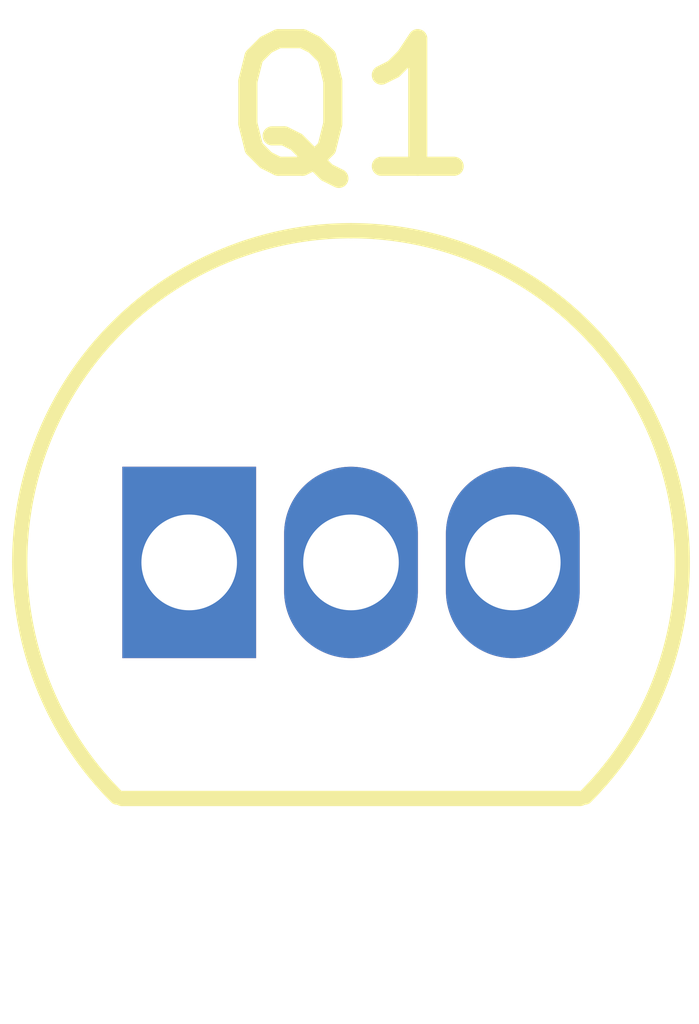
<source format=kicad_pcb>
(kicad_pcb (version 20171130) (host pcbnew "(5.0.1)-4")

  (general
    (thickness 1.6)
    (drawings 0)
    (tracks 0)
    (zones 0)
    (modules 1)
    (nets 4)
  )

  (page A4)
  (title_block
    (title Single_transistor_AMP)
    (date 2019-05-03)
    (rev v1.0)
    (company "Ventspils Augstskola")
    (comment 1 Autors)
    (comment 2 "Edgars Irbiņš")
    (comment 3 "PCB_CAD kurss")
  )

  (layers
    (0 F.Cu signal)
    (31 B.Cu signal)
    (32 B.Adhes user)
    (33 F.Adhes user)
    (34 B.Paste user)
    (35 F.Paste user)
    (36 B.SilkS user)
    (37 F.SilkS user)
    (38 B.Mask user)
    (39 F.Mask user)
    (40 Dwgs.User user)
    (41 Cmts.User user)
    (42 Eco1.User user)
    (43 Eco2.User user)
    (44 Edge.Cuts user)
    (45 Margin user)
    (46 B.CrtYd user)
    (47 F.CrtYd user)
    (48 B.Fab user)
    (49 F.Fab user)
  )

  (setup
    (last_trace_width 0.25)
    (trace_clearance 0.2)
    (zone_clearance 0.508)
    (zone_45_only no)
    (trace_min 0.2)
    (segment_width 0.2)
    (edge_width 0.05)
    (via_size 0.8)
    (via_drill 0.4)
    (via_min_size 0.4)
    (via_min_drill 0.3)
    (uvia_size 0.3)
    (uvia_drill 0.1)
    (uvias_allowed no)
    (uvia_min_size 0.2)
    (uvia_min_drill 0.1)
    (pcb_text_width 0.3)
    (pcb_text_size 1.5 1.5)
    (mod_edge_width 0.12)
    (mod_text_size 1 1)
    (mod_text_width 0.15)
    (pad_size 1.524 1.524)
    (pad_drill 0.762)
    (pad_to_mask_clearance 0.051)
    (solder_mask_min_width 0.25)
    (aux_axis_origin 0 0)
    (visible_elements 7FFFFFFF)
    (pcbplotparams
      (layerselection 0x010fc_ffffffff)
      (usegerberextensions false)
      (usegerberattributes false)
      (usegerberadvancedattributes false)
      (creategerberjobfile false)
      (excludeedgelayer true)
      (linewidth 0.100000)
      (plotframeref false)
      (viasonmask false)
      (mode 1)
      (useauxorigin false)
      (hpglpennumber 1)
      (hpglpenspeed 20)
      (hpglpendiameter 15.000000)
      (psnegative false)
      (psa4output false)
      (plotreference true)
      (plotvalue true)
      (plotinvisibletext false)
      (padsonsilk false)
      (subtractmaskfromsilk false)
      (outputformat 1)
      (mirror false)
      (drillshape 1)
      (scaleselection 1)
      (outputdirectory ""))
  )

  (net 0 "")
  (net 1 "Net-(C1-Pad1)")
  (net 2 "Net-(C2-Pad2)")
  (net 3 "Net-(J2-Pad2)")

  (net_class Default "This is the default net class."
    (clearance 0.2)
    (trace_width 0.25)
    (via_dia 0.8)
    (via_drill 0.4)
    (uvia_dia 0.3)
    (uvia_drill 0.1)
    (add_net "Net-(C1-Pad1)")
    (add_net "Net-(C2-Pad2)")
    (add_net "Net-(J2-Pad2)")
  )

  (net_class Power ""
    (clearance 0.5)
    (trace_width 0.3)
    (via_dia 1)
    (via_drill 0.6)
    (uvia_dia 0.3)
    (uvia_drill 0.1)
  )

  (module Package_TO_SOT_THT:TO-92_Inline (layer F.Cu) (tedit 5A1DD157) (tstamp 5C9C7AD7)
    (at 153.67 110.49)
    (descr "TO-92 leads in-line, narrow, oval pads, drill 0.75mm (see NXP sot054_po.pdf)")
    (tags "to-92 sc-43 sc-43a sot54 PA33 transistor")
    (path /5C8A1F1C)
    (fp_text reference Q1 (at 1.27 -3.56) (layer F.SilkS)
      (effects (font (size 1 1) (thickness 0.15)))
    )
    (fp_text value BC337 (at 1.27 2.79) (layer F.Fab)
      (effects (font (size 1 1) (thickness 0.15)))
    )
    (fp_text user %R (at 1.27 -3.56) (layer F.Fab)
      (effects (font (size 1 1) (thickness 0.15)))
    )
    (fp_line (start -0.53 1.85) (end 3.07 1.85) (layer F.SilkS) (width 0.12))
    (fp_line (start -0.5 1.75) (end 3 1.75) (layer F.Fab) (width 0.1))
    (fp_line (start -1.46 -2.73) (end 4 -2.73) (layer F.CrtYd) (width 0.05))
    (fp_line (start -1.46 -2.73) (end -1.46 2.01) (layer F.CrtYd) (width 0.05))
    (fp_line (start 4 2.01) (end 4 -2.73) (layer F.CrtYd) (width 0.05))
    (fp_line (start 4 2.01) (end -1.46 2.01) (layer F.CrtYd) (width 0.05))
    (fp_arc (start 1.27 0) (end 1.27 -2.48) (angle 135) (layer F.Fab) (width 0.1))
    (fp_arc (start 1.27 0) (end 1.27 -2.6) (angle -135) (layer F.SilkS) (width 0.12))
    (fp_arc (start 1.27 0) (end 1.27 -2.48) (angle -135) (layer F.Fab) (width 0.1))
    (fp_arc (start 1.27 0) (end 1.27 -2.6) (angle 135) (layer F.SilkS) (width 0.12))
    (pad 2 thru_hole oval (at 1.27 0) (size 1.05 1.5) (drill 0.75) (layers *.Cu *.Mask)
      (net 1 "Net-(C1-Pad1)"))
    (pad 3 thru_hole oval (at 2.54 0) (size 1.05 1.5) (drill 0.75) (layers *.Cu *.Mask)
      (net 2 "Net-(C2-Pad2)"))
    (pad 1 thru_hole rect (at 0 0) (size 1.05 1.5) (drill 0.75) (layers *.Cu *.Mask)
      (net 3 "Net-(J2-Pad2)"))
    (model ${KISYS3DMOD}/Package_TO_SOT_THT.3dshapes/TO-92_Inline.wrl
      (at (xyz 0 0 0))
      (scale (xyz 1 1 1))
      (rotate (xyz 0 0 0))
    )
  )

)

</source>
